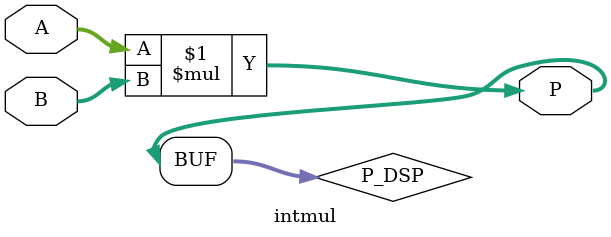
<source format=v>

/*
The designers:

Ahmet Can Mert <ahmetcanmert@sabanciuniv.edu>
Ferhat Yaman <ferhatyaman@sabanciuniv.edu>

To the extent possible under law, the implementer has waived all copyright
and related or neighboring rights to the source code in this file.
http://creativecommons.org/publicdomain/zero/1.0/
*/

module intmul(input [11:0] A,B,
              output[23:0] P);

(* use_dsp = "yes" *) wire [23:0] P_DSP;

assign P_DSP = A*B;

assign P = P_DSP;

endmodule

</source>
